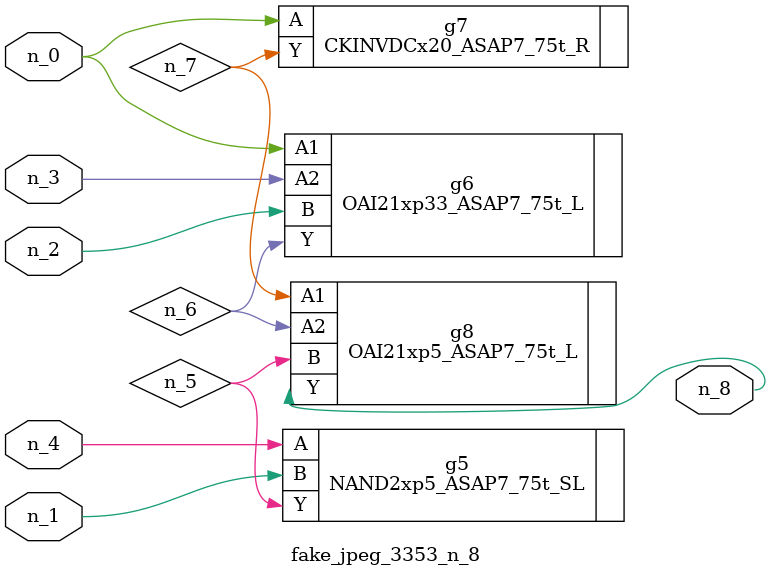
<source format=v>
module fake_jpeg_3353_n_8 (n_3, n_2, n_1, n_0, n_4, n_8);

input n_3;
input n_2;
input n_1;
input n_0;
input n_4;

output n_8;

wire n_6;
wire n_5;
wire n_7;

NAND2xp5_ASAP7_75t_SL g5 ( 
.A(n_4),
.B(n_1),
.Y(n_5)
);

OAI21xp33_ASAP7_75t_L g6 ( 
.A1(n_0),
.A2(n_3),
.B(n_2),
.Y(n_6)
);

CKINVDCx20_ASAP7_75t_R g7 ( 
.A(n_0),
.Y(n_7)
);

OAI21xp5_ASAP7_75t_L g8 ( 
.A1(n_7),
.A2(n_6),
.B(n_5),
.Y(n_8)
);


endmodule
</source>
